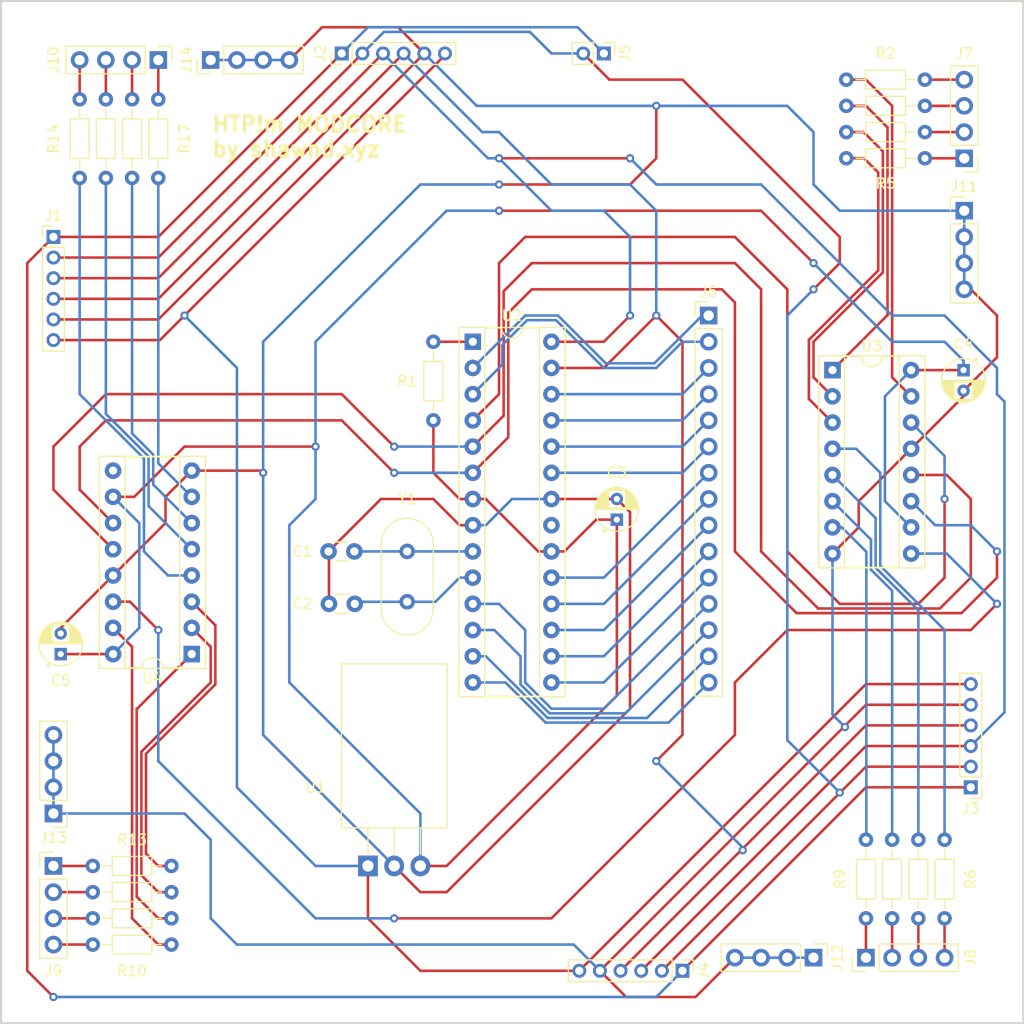
<source format=kicad_pcb>
(kicad_pcb (version 20221018) (generator pcbnew)
  (title_block (title "HTP!m MODCORE") (date "2023-09-22") (rev "01") (company "shawnd.xyz") (comment 1 "voltage lines of the model railroad.") (comment 2 "I2C to control an array of outputs and provides a power source with a bus for the") (comment 3 "The core of each module provides the module with the ability to receive commands via"))
  (layers (0 "F.Cu" signal) (31 "B.Cu" signal) (34 "B.Paste" user) (35 "F.Paste" user) (36 "B.SilkS" user "B.Silkscreen") (37 "F.SilkS" user "F.Silkscreen") (38 "B.Mask" user) (39 "F.Mask" user) (44 "Edge.Cuts" user))
  (net 0 "")
  (net 1 "GND")
  (net 2 "Net-(U2-XTAL1{slash}PB6)")
  (net 3 "Net-(U2-XTAL2{slash}PB7)")
  (net 4 "Net-(U1-OUT)")
  (net 5 "Net-(J1-Pin_1)")
  (net 6 "Net-(J1-Pin_2)")
  (net 7 "Net-(J1-Pin_3)")
  (net 8 "Net-(J1-Pin_4)")
  (net 9 "Net-(J1-Pin_6)")
  (net 10 "Net-(J6-Pin_1)")
  (net 11 "Net-(J6-Pin_2)")
  (net 12 "Net-(J6-Pin_3)")
  (net 13 "Net-(J6-Pin_4)")
  (net 14 "Net-(J6-Pin_5)")
  (net 15 "Net-(J6-Pin_6)")
  (net 16 "Net-(J6-Pin_7)")
  (net 17 "Net-(J6-Pin_8)")
  (net 18 "Net-(J6-Pin_9)")
  (net 19 "Net-(J6-Pin_10)")
  (net 20 "Net-(J6-Pin_11)")
  (net 21 "Net-(J6-Pin_12)")
  (net 22 "Net-(J6-Pin_13)")
  (net 23 "Net-(J6-Pin_14)")
  (net 24 "Net-(J6-Pin_15)")
  (net 25 "Net-(J7-Pin_1)")
  (net 26 "Net-(J7-Pin_2)")
  (net 27 "Net-(J7-Pin_3)")
  (net 28 "Net-(J7-Pin_4)")
  (net 29 "Net-(J8-Pin_1)")
  (net 30 "Net-(J8-Pin_2)")
  (net 31 "Net-(J8-Pin_3)")
  (net 32 "Net-(J8-Pin_4)")
  (net 33 "Net-(J9-Pin_1)")
  (net 34 "Net-(J9-Pin_2)")
  (net 35 "Net-(J9-Pin_3)")
  (net 36 "Net-(J9-Pin_4)")
  (net 37 "Net-(J10-Pin_1)")
  (net 38 "Net-(J10-Pin_2)")
  (net 39 "Net-(J10-Pin_3)")
  (net 40 "Net-(J10-Pin_4)")
  (net 41 "Net-(U2-~{RESET}{slash}PC6)")
  (net 42 "Net-(U3-QA)")
  (net 43 "Net-(U3-QB)")
  (net 44 "Net-(U3-QC)")
  (net 45 "Net-(U3-QD)")
  (net 46 "Net-(U3-QE)")
  (net 47 "Net-(U3-QF)")
  (net 48 "Net-(U3-QG)")
  (net 49 "Net-(U3-QH)")
  (net 50 "Net-(U4-QA)")
  (net 51 "Net-(U4-QB)")
  (net 52 "Net-(U4-QC)")
  (net 53 "Net-(U4-QD)")
  (net 54 "Net-(U4-QE)")
  (net 55 "Net-(U4-QF)")
  (net 56 "Net-(U4-QG)")
  (net 57 "Net-(U4-QH)")
  (net 58 "Net-(U2-PD2)")
  (net 59 "Net-(U2-PD3)")
  (net 60 "Net-(U2-PD4)")
  (net 62 "Net-(U3-QH')")
  (footprint "Resistor_THT:R_Axial_DIN0204_L3.6mm_D1.6mm_P7.62mm_Horizontal" (layer "F.Cu") (at 116.84 37.465 90)
    (fp_text reference "R15" hide)
    (fp_text value "400Ω" hide)
  )
  (footprint "Resistor_THT:R_Axial_DIN0204_L3.6mm_D1.6mm_P7.62mm_Horizontal" (layer "F.Cu") (at 188.595 27.94)
    (fp_text reference "R2")
    (fp_text value "400Ω" hide)
  )
  (footprint "Connector_PinHeader_2.54mm:PinHeader_1x04_P2.54mm_Vertical" (layer "F.Cu") (at 111.76 104.14)
    (fp_text reference "J9")
    (fp_text value "Conn_01x04_Pin" hide)
  )
  (footprint "Resistor_THT:R_Axial_DIN0204_L3.6mm_D1.6mm_P7.62mm_Horizontal" (layer "F.Cu") (at 193.04 101.6 -90)
    (fp_text reference "R8" hide)
    (fp_text value "400Ω" hide)
  )
  (footprint "Resistor_THT:R_Axial_DIN0204_L3.6mm_D1.6mm_P7.62mm_Horizontal" (layer "F.Cu") (at 123.19 106.68 180)
    (fp_text reference "R12" hide)
    (fp_text value "400Ω" hide)
  )
  (footprint "Connector_PinHeader_2.00mm:PinHeader_1x06_P2.00mm_Vertical" (layer "F.Cu") (at 200.66 96.52 180)
    (fp_text reference "J3")
    (fp_text value "Conn_01x06_Pin" hide)
  )
  (footprint "Package_TO_SOT_THT:TO-220-3_Horizontal_TabDown" (layer "F.Cu") (at 142.24 104.14)
    (fp_text reference "U1")
    (fp_text value "L7805")
  )
  (footprint "Connector_PinHeader_2.54mm:PinHeader_1x04_P2.54mm_Vertical" (layer "F.Cu") (at 190.5 113.03 90)
    (fp_text reference "J8")
    (fp_text value "Conn_01x04_Pin" hide)
  )
  (footprint "Resistor_THT:R_Axial_DIN0204_L3.6mm_D1.6mm_P7.62mm_Horizontal" (layer "F.Cu") (at 195.58 101.6 -90)
    (fp_text reference "R7" hide)
    (fp_text value "400Ω" hide)
  )
  (footprint "Resistor_THT:R_Axial_DIN0204_L3.6mm_D1.6mm_P7.62mm_Horizontal" (layer "F.Cu") (at 198.12 101.6 -90)
    (fp_text reference "R6")
    (fp_text value "400Ω" hide)
  )
  (footprint "Resistor_THT:R_Axial_DIN0204_L3.6mm_D1.6mm_P7.62mm_Horizontal" (layer "F.Cu") (at 119.38 37.465 90)
    (fp_text reference "R16" hide)
    (fp_text value "400Ω" hide)
  )
  (footprint "Connector_PinHeader_2.54mm:PinHeader_1x04_P2.54mm_Vertical" (layer "F.Cu") (at 111.76 99.06 180)
    (fp_text reference "J13")
    (fp_text value "Conn_01x04_Pin" hide)
  )
  (footprint "Capacitor_THT:C_Disc_D3.0mm_W1.6mm_P2.50mm" (layer "F.Cu") (at 140.96 78.74 180)
    (fp_text reference "C2")
    (fp_text value "22pF")
  )
  (footprint "Resistor_THT:R_Axial_DIN0204_L3.6mm_D1.6mm_P7.62mm_Horizontal" (layer "F.Cu") (at 148.58 60.96 90)
    (fp_text reference "R1")
    (fp_text value "10kΩ")
  )
  (footprint "Capacitor_THT:CP_Radial_D4.0mm_P2.00mm" (layer "F.Cu") (at 112.46 83.61 90)
    (fp_text reference "C5")
    (fp_text value "22uF")
  )
  (footprint "Capacitor_THT:CP_Radial_D4.0mm_P2.00mm" (layer "F.Cu") (at 199.96 56.09 -90)
    (fp_text reference "C4")
    (fp_text value "22uF")
  )
  (footprint "Package_DIP:DIP-28_W7.62mm_Socket" (layer "F.Cu") (at 152.4 53.34)
    (fp_text reference "U2")
    (fp_text value "ATmega328-P")
  )
  (footprint "Resistor_THT:R_Axial_DIN0204_L3.6mm_D1.6mm_P7.62mm_Horizontal" (layer "F.Cu") (at 123.19 109.22 180)
    (fp_text reference "R11" hide)
    (fp_text value "400Ω" hide)
  )
  (footprint "Connector_PinHeader_2.54mm:PinHeader_1x15_P2.54mm_Vertical" (layer "F.Cu") (at 175.26 50.8)
    (fp_text reference "J6")
    (fp_text value "Conn_01x15_Pin" hide)
  )
  (footprint "Resistor_THT:R_Axial_DIN0204_L3.6mm_D1.6mm_P7.62mm_Horizontal" (layer "F.Cu") (at 188.595 35.56)
    (fp_text reference "R5")
    (fp_text value "400Ω" hide)
  )
  (footprint "Connector_PinHeader_2.54mm:PinHeader_1x04_P2.54mm_Vertical" (layer "F.Cu") (at 200.025 35.56 180)
    (fp_text reference "J7")
    (fp_text value "Conn_01x04_Pin" hide)
  )
  (footprint "Connector_PinHeader_2.54mm:PinHeader_1x04_P2.54mm_Vertical" (layer "F.Cu") (at 185.42 113.03 -90)
    (fp_text reference "J12")
    (fp_text value "Conn_01x04_Pin" hide)
  )
  (footprint "Package_DIP:DIP-16_W7.62mm_Socket" (layer "F.Cu") (at 125.16 83.61 180)
    (fp_text reference "U4")
    (fp_text value "74HC595")
  )
  (footprint "Resistor_THT:R_Axial_DIN0204_L3.6mm_D1.6mm_P7.62mm_Horizontal" (layer "F.Cu") (at 114.3 37.465 90)
    (fp_text reference "R14")
    (fp_text value "400Ω" hide)
  )
  (footprint "Resistor_THT:R_Axial_DIN0204_L3.6mm_D1.6mm_P7.62mm_Horizontal" (layer "F.Cu") (at 188.595 30.48)
    (fp_text reference "R3" hide)
    (fp_text value "400Ω" hide)
  )
  (footprint "Capacitor_THT:C_Disc_D3.0mm_W1.6mm_P2.50mm" (layer "F.Cu") (at 138.42 73.66)
    (fp_text reference "C1")
    (fp_text value "22pF")
  )
  (footprint "Resistor_THT:R_Axial_DIN0204_L3.6mm_D1.6mm_P7.62mm_Horizontal" (layer "F.Cu") (at 123.19 111.76 180)
    (fp_text reference "R10")
    (fp_text value "400Ω" hide)
  )
  (footprint "Connector_PinHeader_2.54mm:PinHeader_1x04_P2.54mm_Vertical" (layer "F.Cu") (at 127 26.035 90)
    (fp_text reference "J14")
    (fp_text value "Conn_01x04_Pin" hide)
  )
  (footprint "Resistor_THT:R_Axial_DIN0204_L3.6mm_D1.6mm_P7.62mm_Horizontal" (layer "F.Cu") (at 121.92 37.465 90)
    (fp_text reference "R17")
    (fp_text value "400Ω" hide)
  )
  (footprint "Resistor_THT:R_Axial_DIN0204_L3.6mm_D1.6mm_P7.62mm_Horizontal" (layer "F.Cu") (at 190.5 101.6 -90)
    (fp_text reference "R9")
    (fp_text value "400Ω" hide)
  )
  (footprint "Resistor_THT:R_Axial_DIN0204_L3.6mm_D1.6mm_P7.62mm_Horizontal" (layer "F.Cu") (at 188.595 33.02)
    (fp_text reference "R4" hide)
    (fp_text value "400Ω" hide)
  )
  (footprint "Connector_PinHeader_2.00mm:PinHeader_1x02_P2.00mm_Vertical" (layer "F.Cu") (at 165.1 25.4 -90)
    (fp_text reference "J5")
    (fp_text value "Conn_01x02_Pin" hide)
  )
  (footprint "Connector_PinHeader_2.54mm:PinHeader_1x04_P2.54mm_Vertical" (layer "F.Cu") (at 121.92 26.035 -90)
    (fp_text reference "J10")
    (fp_text value "Conn_01x04_Pin" hide)
  )
  (footprint "Connector_PinHeader_2.00mm:PinHeader_1x06_P2.00mm_Vertical" (layer "F.Cu") (at 172.72 114.3 -90)
    (fp_text reference "J4")
    (fp_text value "Conn_01x06_Pin" hide)
  )
  (footprint "Capacitor_THT:CP_Radial_D4.0mm_P2.00mm" (layer "F.Cu") (at 166.36 70.58 90)
    (fp_text reference "C3")
    (fp_text value "10uF")
  )
  (footprint "Resistor_THT:R_Axial_DIN0204_L3.6mm_D1.6mm_P7.62mm_Horizontal" (layer "F.Cu") (at 123.19 104.14 180)
    (fp_text reference "R13")
    (fp_text value "400Ω" hide)
  )
  (footprint "Connector_PinHeader_2.00mm:PinHeader_1x06_P2.00mm_Vertical" (layer "F.Cu") (at 111.76 43.18)
    (fp_text reference "J1")
    (fp_text value "Conn_01x06_Pin" hide)
  )
  (footprint "Crystal:Crystal_HC49-U_Vertical" (layer "F.Cu") (at 146.04 78.54 90)
    (fp_text reference "Y1")
    (fp_text value "16MHz")
  )
  (footprint "Package_DIP:DIP-16_W7.62mm_Socket" (layer "F.Cu") (at 187.26 56.09)
    (fp_text reference "U3")
    (fp_text value "74HC595")
  )
  (footprint "Connector_PinHeader_2.54mm:PinHeader_1x04_P2.54mm_Vertical" (layer "F.Cu") (at 200.025 40.64)
    (fp_text reference "J11")
    (fp_text value "Conn_01x04_Pin" hide)
  )
  (footprint "Connector_PinHeader_2.00mm:PinHeader_1x06_P2.00mm_Vertical" (layer "F.Cu") (at 139.7 25.4 90)
    (fp_text reference "J2")
    (fp_text value "Conn_01x06_Pin" hide)
  )
  (gr_rect (start 106.68 20.32) (end 205.74 119.38) (stroke (width 0.2)) (fill none) (layer "Edge.Cuts"))
  (gr_text "HTP!m MODCORE\nby shawnd.xyz" (at 127 35.56) (layer "F.SilkS") (effects (font (size 1.5 1.5) (thickness 0.3) bold) (justify left bottom)))
  (segment (start 138.46 78.74) (end 138.46 73.7) (width 0.25) (layer "F.Cu") (net 1))
  (segment (start 117.54 75.99) (end 122.62 70.91) (width 0.25) (layer "F.Cu") (net 1))
  (segment (start 199.96 58.09) (end 199.96 58.63) (width 0.25) (layer "F.Cu") (net 1))
  (segment (start 132.08 66.04) (end 131.87 65.83) (width 0.25) (layer "F.Cu") (net 1))
  (segment (start 173.99 116.84) (end 167.26 116.84) (width 0.25) (layer "F.Cu") (net 1))
  (segment (start 203.2 54.85) (end 203.2 50.8) (width 0.25) (layer "F.Cu") (net 1))
  (segment (start 190.5 88.52) (end 188.468 90.552) (width 0.25) (layer "F.Cu") (net 1))
  (segment (start 177.8 113.03) (end 173.99 116.84) (width 0.25) (layer "F.Cu") (net 1))
  (segment (start 137.795 22.86) (end 145.16 22.86) (width 0.25) (layer "F.Cu") (net 1))
  (segment (start 188.342 90.678) (end 164.72 114.3) (width 0.25) (layer "F.Cu") (net 1))
  (segment (start 143.5 68.58) (end 148.58 68.58) (width 0.25) (layer "F.Cu") (net 1))
  (segment (start 148.58 68.58) (end 151.12 71.12) (width 0.25) (layer "F.Cu") (net 1))
  (segment (start 138.42 73.66) (end 143.5 68.58) (width 0.25) (layer "F.Cu") (net 1))
  (segment (start 147.32 106.68) (end 144.78 104.14) (width 0.25) (layer "F.Cu") (net 1))
  (segment (start 203.2 50.8) (end 200.66 48.26) (width 0.25) (layer "F.Cu") (net 1))
  (segment (start 147.7 25.4) (end 121.92 51.18) (width 0.25) (layer "F.Cu") (net 1))
  (segment (start 112.46 81.07) (end 117.54 75.99) (width 0.25) (layer "F.Cu") (net 1))
  (segment (start 145.16 22.86) (end 147.7 25.4) (width 0.25) (layer "F.Cu") (net 1))
  (segment (start 199.96 58.63) (end 194.88 63.71) (width 0.25) (layer "F.Cu") (net 1))
  (segment (start 151.12 71.12) (end 152.4 71.12) (width 0.25) (layer "F.Cu") (net 1))
  (segment (start 138.46 73.7) (end 138.42 73.66) (width 0.25) (layer "F.Cu") (net 1))
  (segment (start 189.8 68.79) (end 189.8 71.33) (width 0.25) (layer "F.Cu") (net 1))
  (segment (start 200.66 88.52) (end 190.5 88.52) (width 0.25) (layer "F.Cu") (net 1))
  (segment (start 149.86 106.68) (end 147.32 106.68) (width 0.25) (layer "F.Cu") (net 1))
  (segment (start 131.87 65.83) (end 125.16 65.83) (width 0.25) (layer "F.Cu") (net 1))
  (segment (start 154.94 101.6) (end 149.86 106.68) (width 0.25) (layer "F.Cu") (net 1))
  (segment (start 112.46 81.61) (end 112.46 81.07) (width 0.25) (layer "F.Cu") (net 1))
  (segment (start 170.18 35.56) (end 170.18 30.48) (width 0.25) (layer "F.Cu") (net 1))
  (segment (start 188.468 90.678) (end 188.342 90.678) (width 0.25) (layer "F.Cu") (net 1))
  (segment (start 121.92 51.18) (end 111.76 51.18) (width 0.25) (layer "F.Cu") (net 1))
  (segment (start 189.8 71.33) (end 187.26 73.87) (width 0.25) (layer "F.Cu") (net 1))
  (segment (start 167.64 69.86) (end 167.64 88.9) (width 0.25) (layer "F.Cu") (net 1))
  (segment (start 199.96 58.09) (end 203.2 54.85) (width 0.25) (layer "F.Cu") (net 1))
  (segment (start 167.64 88.9) (end 154.94 101.6) (width 0.25) (layer "F.Cu") (net 1))
  (segment (start 154.94 38.1) (end 167.64 38.1) (width 0.25) (layer "F.Cu") (net 1))
  (segment (start 122.62 70.91) (end 122.62 68.37) (width 0.25) (layer "F.Cu") (net 1))
  (segment (start 167.64 38.1) (end 170.18 35.56) (width 0.25) (layer "F.Cu") (net 1))
  (segment (start 122.62 68.37) (end 125.16 65.83) (width 0.25) (layer "F.Cu") (net 1))
  (segment (start 167.26 116.84) (end 164.72 114.3) (width 0.25) (layer "F.Cu") (net 1))
  (segment (start 134.62 26.035) (end 137.795 22.86) (width 0.25) (layer "F.Cu") (net 1))
  (segment (start 194.88 63.71) (end 189.8 68.79) (width 0.25) (layer "F.Cu") (net 1))
  (segment (start 166.36 68.58) (end 167.64 69.86) (width 0.25) (layer "F.Cu") (net 1))
  (segment (start 166.36 68.58) (end 160.02 68.58) (width 0.25) (layer "F.Cu") (net 1))
  (segment (start 200.66 48.26) (end 200.025 48.26) (width 0.25) (layer "F.Cu") (net 1))
  (segment (start 188.468 90.552) (end 188.468 90.678) (width 0.25) (layer "F.Cu") (net 1))
  (via (at 170.18 30.48) (size 0.8) (drill 0.4) (layers "F.Cu" "B.Cu") (net 1))
  (via (at 132.08 66.04) (size 0.8) (drill 0.4) (layers "F.Cu" "B.Cu") (net 1))
  (via (at 188.468 90.678) (size 0.8) (drill 0.4) (layers "F.Cu" "B.Cu") (net 1))
  (via (at 154.94 38.1) (size 0.8) (drill 0.4) (layers "F.Cu" "B.Cu") (net 1))
  (segment (start 129.54 26.035) (end 132.08 26.035) (width 0.25) (layer "B.Cu") (net 1))
  (segment (start 129.54 111.76) (end 162.18 111.76) (width 0.25) (layer "B.Cu") (net 1))
  (segment (start 187.96 40.64) (end 200.025 40.64) (width 0.25) (layer "B.Cu") (net 1))
  (segment (start 187.26 89.47) (end 188.468 90.678) (width 0.25) (layer "B.Cu") (net 1))
  (segment (start 170.18 30.48) (end 182.88 30.48) (width 0.25) (layer "B.Cu") (net 1))
  (segment (start 127 109.22) (end 129.54 111.76) (width 0.25) (layer "B.Cu") (net 1))
  (segment (start 127 26.035) (end 129.54 26.035) (width 0.25) (layer "B.Cu") (net 1))
  (segment (start 132.08 91.44) (end 132.08 66.04) (width 0.25) (layer "B.Cu") (net 1))
  (segment (start 132.08 53.34) (end 147.32 38.1) (width 0.25) (layer "B.Cu") (net 1))
  (segment (start 200.025 40.64) (end 200.025 43.18) (width 0.25) (layer "B.Cu") (net 1))
  (segment (start 180.34 113.03) (end 177.8 113.03) (width 0.25) (layer "B.Cu") (net 1))
  (segment (start 111.76 93.98) (end 111.76 91.44) (width 0.25) (layer "B.Cu") (net 1))
  (segment (start 182.88 113.03) (end 180.34 113.03) (width 0.25) (layer "B.Cu") (net 1))
  (segment (start 111.76 96.52) (end 111.76 93.98) (width 0.25) (layer "B.Cu") (net 1))
  (segment (start 162.18 111.76) (end 164.72 114.3) (width 0.25) (layer "B.Cu") (net 1))
  (segment (start 170.18 30.48) (end 152.78 30.48) (width 0.25) (layer "B.Cu") (net 1))
  (segment (start 124.46 99.06) (end 127 101.6) (width 0.25) (layer "B.Cu") (net 1))
  (segment (start 153.66 71.12) (end 156.2 68.58) (width 0.25) (layer "B.Cu") (net 1))
  (segment (start 152.4 71.12) (end 153.66 71.12) (width 0.25) (layer "B.Cu") (net 1))
  (segment (start 132.08 66.04) (end 132.08 53.34) (width 0.25) (layer "B.Cu") (net 1))
  (segment (start 127 101.6) (end 127 109.22) (width 0.25) (layer "B.Cu") (net 1))
  (segment (start 185.42 113.03) (end 182.88 113.03) (width 0.25) (layer "B.Cu") (net 1))
  (segment (start 200.025 45.72) (end 200.025 48.26) (width 0.25) (layer "B.Cu") (net 1))
  (segment (start 200.025 43.18) (end 200.025 45.72) (width 0.25) (layer "B.Cu") (net 1))
  (segment (start 185.42 38.1) (end 187.96 40.64) (width 0.25) (layer "B.Cu") (net 1))
  (segment (start 187.26 73.87) (end 187.26 89.47) (width 0.25) (layer "B.Cu") (net 1))
  (segment (start 111.76 99.06) (end 124.46 99.06) (width 0.25) (layer "B.Cu") (net 1))
  (segment (start 156.2 68.58) (end 160.02 68.58) (width 0.25) (layer "B.Cu") (net 1))
  (segment (start 152.78 30.48) (end 147.7 25.4) (width 0.25) (layer "B.Cu") (net 1))
  (segment (start 132.08 26.035) (end 134.62 26.035) (width 0.25) (layer "B.Cu") (net 1))
  (segment (start 185.42 33.02) (end 185.42 38.1) (width 0.25) (layer "B.Cu") (net 1))
  (segment (start 147.32 38.1) (end 154.94 38.1) (width 0.25) (layer "B.Cu") (net 1))
  (segment (start 111.76 99.06) (end 111.76 96.52) (width 0.25) (layer "B.Cu") (net 1))
  (segment (start 144.78 104.14) (end 132.08 91.44) (width 0.25) (layer "B.Cu") (net 1))
  (segment (start 182.88 30.48) (end 185.42 33.02) (width 0.25) (layer "B.Cu") (net 1))
  (segment (start 146.04 73.66) (end 140.92 73.66) (width 0.25) (layer "B.Cu") (net 2))
  (segment (start 152.4 73.66) (end 146.04 73.66) (width 0.25) (layer "B.Cu") (net 2))
  (segment (start 146.04 78.54) (end 141.16 78.54) (width 0.25) (layer "B.Cu") (net 3))
  (segment (start 151.12 76.2) (end 148.78 78.54) (width 0.25) (layer "B.Cu") (net 3))
  (segment (start 141.16 78.54) (end 140.96 78.74) (width 0.25) (layer "B.Cu") (net 3))
  (segment (start 148.78 78.54) (end 146.04 78.54) (width 0.25) (layer "B.Cu") (net 3))
  (segment (start 152.4 76.2) (end 151.12 76.2) (width 0.25) (layer "B.Cu") (net 3))
  (segment (start 151.12 68.58) (end 152.4 68.58) (width 0.25) (layer "F.Cu") (net 4))
  (segment (start 117.54 68.37) (end 119.59 68.37) (width 0.25) (layer "F.Cu") (net 4))
  (segment (start 158.74 73.66) (end 153.66 68.58) (width 0.25) (layer "F.Cu") (net 4))
  (segment (start 112.46 83.61) (end 117.54 83.61) (width 0.25) (layer "F.Cu") (net 4))
  (segment (start 160.02 73.66) (end 158.74 73.66) (width 0.25) (layer "F.Cu") (net 4))
  (segment (start 148.58 60.96) (end 148.58 66.04) (width 0.25) (layer "F.Cu") (net 4))
  (segment (start 154.94 40.64) (end 180.34 40.64) (width 0.25) (layer "F.Cu") (net 4))
  (segment (start 164.36 70.58) (end 166.36 70.58) (width 0.25) (layer "F.Cu") (net 4))
  (segment (start 124.46 63.5) (end 137.16 63.5) (width 0.25) (layer "F.Cu") (net 4))
  (segment (start 199.96 56.09) (end 194.88 56.09) (width 0.25) (layer "F.Cu") (net 4))
  (segment (start 161.28 73.66) (end 164.36 70.58) (width 0.25) (layer "F.Cu") (net 4))
  (segment (start 147.32 104.14) (end 149.86 104.14) (width 0.25) (layer "F.Cu") (net 4))
  (segment (start 119.59 68.37) (end 124.46 63.5) (width 0.25) (layer "F.Cu") (net 4))
  (segment (start 166.36 87.64) (end 166.36 70.58) (width 0.25) (layer "F.Cu") (net 4))
  (segment (start 180.34 40.64) (end 185.42 45.72) (width 0.25) (layer "F.Cu") (net 4))
  (segment (start 148.58 66.04) (end 151.12 68.58) (width 0.25) (layer "F.Cu") (net 4))
  (segment (start 153.66 68.58) (end 152.4 68.58) (width 0.25) (layer "F.Cu") (net 4))
  (segment (start 149.86 104.14) (end 166.36 87.64) (width 0.25) (layer "F.Cu") (net 4))
  (segment (start 160.02 73.66) (end 161.28 73.66) (width 0.25) (layer "F.Cu") (net 4))
  (via (at 185.42 45.72) (size 0.8) (drill 0.4) (layers "F.Cu" "B.Cu") (net 4))
  (via (at 137.16 63.5) (size 0.8) (drill 0.4) (layers "F.Cu" "B.Cu") (net 4))
  (via (at 154.94 40.64) (size 0.8) (drill 0.4) (layers "F.Cu" "B.Cu") (net 4))
  (segment (start 199.96 55.18) (end 199.96 56.09) (width 0.25) (layer "B.Cu") (net 4))
  (segment (start 137.16 68.58) (end 137.16 66.04) (width 0.25) (layer "B.Cu") (net 4))
  (segment (start 194.88 56.09) (end 192.34 58.63) (width 0.25) (layer "B.Cu") (net 4))
  (segment (start 117.54 83.61) (end 120.08 81.07) (width 0.25) (layer "B.Cu") (net 4))
  (segment (start 147.32 99.06) (end 144.78 96.52) (width 0.25) (layer "B.Cu") (net 4))
  (segment (start 144.78 96.52) (end 134.62 86.36) (width 0.25) (layer "B.Cu") (net 4))
  (segment (start 192.34 68.79) (end 194.88 71.33) (width 0.25) (layer "B.Cu") (net 4))
  (segment (start 134.62 71.12) (end 137.16 68.58) (width 0.25) (layer "B.Cu") (net 4))
  (segment (start 192.34 58.63) (end 192.34 68.79) (width 0.25) (layer "B.Cu") (net 4))
  (segment (start 193.04 53.34) (end 198.12 53.34) (width 0.25) (layer "B.Cu") (net 4))
  (segment (start 120.08 81.07) (end 120.08 70.91) (width 0.25) (layer "B.Cu") (net 4))
  (segment (start 137.16 53.34) (end 149.86 40.64) (width 0.25) (layer "B.Cu") (net 4))
  (segment (start 147.32 104.14) (end 147.32 99.06) (width 0.25) (layer "B.Cu") (net 4))
  (segment (start 120.08 70.91) (end 117.54 68.37) (width 0.25) (layer "B.Cu") (net 4))
  (segment (start 137.16 63.5) (end 137.16 53.34) (width 0.25) (layer "B.Cu") (net 4))
  (segment (start 198.12 53.34) (end 199.96 55.18) (width 0.25) (layer "B.Cu") (net 4))
  (segment (start 137.16 66.04) (end 137.16 63.5) (width 0.25) (layer "B.Cu") (net 4))
  (segment (start 149.86 40.64) (end 154.94 40.64) (width 0.25) (layer "B.Cu") (net 4))
  (segment (start 185.42 45.72) (end 193.04 53.34) (width 0.25) (layer "B.Cu") (net 4))
  (segment (start 134.62 86.36) (end 134.62 71.12) (width 0.25) (layer "B.Cu") (net 4))
  (segment (start 139.7 25.4) (end 121.92 43.18) (width 0.25) (layer "F.Cu") (net 5))
  (segment (start 109.22 114.3) (end 109.22 45.72) (width 0.25) (layer "F.Cu") (net 5))
  (segment (start 111.76 116.84) (end 109.22 114.3) (width 0.25) (layer "F.Cu") (net 5))
  (segment (start 109.22 45.72) (end 111.76 43.18) (width 0.25) (layer "F.Cu") (net 5))
  (segment (start 121.92 43.18) (end 111.76 43.18) (width 0.25) (layer "F.Cu") (net 5))
  (segment (start 200.66 96.52) (end 190.5 96.52) (width 0.25) (layer "F.Cu") (net 5))
  (segment (start 190.5 96.52) (end 172.72 114.3) (width 0.25) (layer "F.Cu") (net 5))
  (via (at 111.76 116.84) (size 0.8) (drill 0.4) (layers "F.Cu" "B.Cu") (net 5))
  (segment (start 142.24 22.86) (end 139.7 25.4) (width 0.25) (layer "B.Cu") (net 5))
  (segment (start 170.18 116.84) (end 172.72 114.3) (width 0.25) (layer "B.Cu") (net 5))
  (segment (start 142.24 22.86) (end 162.56 22.86) (width 0.25) (layer "B.Cu") (net 5))
  (segment (start 162.56 22.86) (end 165.1 25.4) (width 0.25) (layer "B.Cu") (net 5))
  (segment (start 111.76 116.84) (end 170.18 116.84) (width 0.25) (layer "B.Cu") (net 5))
  (segment (start 190.5 94.52) (end 187.992 97.028) (width 0.25) (layer "F.Cu") (net 6))
  (segment (start 187.96 43.18) (end 187.96 45.72) (width 0.25) (layer "F.Cu") (net 6))
  (segment (start 165.64 27.94) (end 172.72 27.94) (width 0.25) (layer "F.Cu") (net 6))
  (segment (start 187.96 97.06) (end 170.72 114.3) (width 0.25) (layer "F.Cu") (net 6))
  (segment (start 141.7 25.4) (end 121.92 45.18) (width 0.25) (layer "F.Cu") (net 6))
  (segment (start 187.96 45.72) (end 185.42 48.26) (width 0.25) (layer "F.Cu") (net 6))
  (segment (start 187.992 97.028) (end 187.96 97.028) (width 0.25) (layer "F.Cu") (net 6))
  (segment (start 187.96 97.028) (end 187.96 97.06) (width 0.25) (layer "F.Cu") (net 6))
  (segment (start 200.66 94.52) (end 190.5 94.52) (width 0.25) (layer "F.Cu") (net 6))
  (segment (start 121.92 45.18) (end 111.76 45.18) (width 0.25) (layer "F.Cu") (net 6))
  (segment (start 172.72 27.94) (end 187.96 43.18) (width 0.25) (layer "F.Cu") (net 6))
  (segment (start 163.1 25.4) (end 165.64 27.94) (width 0.25) (layer "F.Cu") (net 6))
  (via (at 185.42 48.26) (size 0.8) (drill 0.4) (layers "F.Cu" "B.Cu") (net 6))
  (via (at 187.96 97.028) (size 0.8) (drill 0.4) (layers "F.Cu" "B.Cu") (net 6))
  (segment (start 163.1 25.4) (end 160.02 25.4) (width 0.25) (layer "B.Cu") (net 6))
  (segment (start 185.42 48.26) (end 182.88 50.8) (width 0.25) (layer "B.Cu") (net 6))
  (segment (start 143.79 23.31) (end 141.7 25.4) (width 0.25) (layer "B.Cu") (net 6))
  (segment (start 182.88 50.8) (end 182.88 91.948) (width 0.25) (layer "B.Cu") (net 6))
  (segment (start 160.02 25.4) (end 157.93 23.31) (width 0.25) (layer "B.Cu") (net 6))
  (segment (start 182.88 91.948) (end 187.96 97.028) (width 0.25) (layer "B.Cu") (net 6))
  (segment (start 157.93 23.31) (end 143.79 23.31) (width 0.25) (layer "B.Cu") (net 6))
  (segment (start 190.5 92.52) (end 168.72 114.3) (width 0.25) (layer "F.Cu") (net 7))
  (segment (start 143.7 25.4) (end 121.92 47.18) (width 0.25) (layer "F.Cu") (net 7))
  (segment (start 154.94 35.56) (end 167.64 35.56) (width 0.25) (layer "F.Cu") (net 7))
  (segment (start 167.64 50.8) (end 165.1 53.34) (width 0.25) (layer "F.Cu") (net 7))
  (segment (start 200.66 92.52) (end 190.5 92.52) (width 0.25) (layer "F.Cu") (net 7))
  (segment (start 121.92 47.18) (end 111.76 47.18) (width 0.25) (layer "F.Cu") (net 7))
  (segment (start 165.1 53.34) (end 160.02 53.34) (width 0.25) (layer "F.Cu") (net 7))
  (via (at 154.94 35.56) (size 0.8) (drill 0.4) (layers "F.Cu" "B.Cu") (net 7))
  (via (at 167.64 50.8) (size 0.8) (drill 0.4) (layers "F.Cu" "B.Cu") (net 7))
  (via (at 167.64 35.56) (size 0.8) (drill 0.4) (layers "F.Cu" "B.Cu") (net 7))
  (segment (start 203.2 55.88) (end 203.2 58.42) (width 0.25) (layer "B.Cu") (net 7))
  (segment (start 170.18 38.1) (end 180.34 38.1) (width 0.25) (layer "B.Cu") (net 7))
  (segment (start 193.04 50.8) (end 198.12 50.8) (width 0.25) (layer "B.Cu") (net 7))
  (segment (start 167.64 43.18) (end 167.64 50.8) (width 0.25) (layer "B.Cu") (net 7))
  (segment (start 154.94 35.56) (end 153.86 35.56) (width 0.25) (layer "B.Cu") (net 7))
  (segment (start 203.925 59.145) (end 203.925 89.255) (width 0.25) (layer "B.Cu") (net 7))
  (segment (start 198.12 50.8) (end 203.2 55.88) (width 0.25) (layer "B.Cu") (net 7))
  (segment (start 180.34 38.1) (end 193.04 50.8) (width 0.25) (layer "B.Cu") (net 7))
  (segment (start 203.2 58.42) (end 203.925 59.145) (width 0.25) (layer "B.Cu") (net 7))
  (segment (start 165.1 40.64) (end 167.64 43.18) (width 0.25) (layer "B.Cu") (net 7))
  (segment (start 203.925 89.255) (end 200.66 92.52) (width 0.25) (layer "B.Cu") (net 7))
  (segment (start 154.94 35.56) (end 160.02 40.64) (width 0.25) (layer "B.Cu") (net 7))
  (segment (start 160.02 40.64) (end 165.1 40.64) (width 0.25) (layer "B.Cu") (net 7))
  (segment (start 167.64 35.56) (end 170.18 38.1) (width 0.25) (layer "B.Cu") (net 7))
  (segment (start 153.86 35.56) (end 143.7 25.4) (width 0.25) (layer "B.Cu") (net 7))
  (segment (start 145.7 25.4) (end 121.92 49.18) (width 0.25) (layer "F.Cu") (net 8))
  (segment (start 170.18 50.8) (end 172.72 53.34) (width 0.25) (layer "F.Cu") (net 8))
  (segment (start 178.562 102.616) (end 178.404 102.616) (width 0.25) (layer "F.Cu") (net 8))
  (segment (start 170.18 50.8) (end 165.1 55.88) (width 0.25) (layer "F.Cu") (net 8))
  (segment (start 165.1 55.88) (end 160.02 55.88) (width 0.25) (layer "F.Cu") (net 8))
  (segment (start 172.72 91.44) (end 170.18 93.98) (width 0.25) (layer "F.Cu") (net 8))
  (segment (start 200.66 90.52) (end 190.5 90.52) (width 0.25) (layer "F.Cu") (net 8))
  (segment (start 178.562 102.458) (end 178.562 102.616) (width 0.25) (layer "F.Cu") (net 8))
  (segment (start 121.92 49.18) (end 111.76 49.18) (width 0.25) (layer "F.Cu") (net 8))
  (segment (start 172.72 53.34) (end 172.72 91.44) (width 0.25) (layer "F.Cu") (net 8))
  (segment (start 178.404 102.616) (end 166.72 114.3) (width 0.25) (layer "F.Cu") (net 8))
  (segment (start 190.5 90.52) (end 178.562 102.458) (width 0.25) (layer "F.Cu") (net 8))
  (via (at 178.562 102.616) (size 0.8) (drill 0.4) (layers "F.Cu" "B.Cu") (net 8))
  (via (at 170.18 50.8) (size 0.8) (drill 0.4) (layers "F.Cu" "B.Cu") (net 8))
  (via (at 170.18 93.98) (size 0.8) (drill 0.4) (layers "F.Cu" "B.Cu") (net 8))
  (segment (start 167.64 38.1) (end 170.18 40.64) (width 0.25) (layer "B.Cu") (net 8))
  (segment (start 170.18 93.98) (end 178.562 102.362) (width 0.25) (layer "B.Cu") (net 8))
  (segment (start 178.562 102.362) (end 178.562 102.616) (width 0.25) (layer "B.Cu") (net 8))
  (segment (start 153.32 33.02) (end 145.7 25.4) (width 0.25) (layer "B.Cu") (net 8))
  (segment (start 167.64 38.1) (end 160.02 38.1) (width 0.25) (layer "B.Cu") (net 8))
  (segment (start 170.18 40.64) (end 170.18 50.8) (width 0.25) (layer "B.Cu") (net 8))
  (segment (start 154.94 33.02) (end 153.32 33.02) (width 0.25) (layer "B.Cu") (net 8))
  (segment (start 160.02 38.1) (end 154.94 33.02) (width 0.25) (layer "B.Cu") (net 8))
  (segment (start 124.46 50.8) (end 149.461802 25.798198) (width 0.25) (layer "F.Cu") (net 9))
  (segment (start 147.32 114.3) (end 162.72 114.3) (width 0.25) (layer "F.Cu") (net 9))
  (segment (start 142.24 109.22) (end 147.32 114.3) (width 0.25) (layer "F.Cu") (net 9))
  (segment (start 122.08 53.18) (end 111.76 53.18) (width 0.25) (layer "F.Cu") (net 9))
  (segment (start 190.5 86.52) (end 162.958198 114.061802) (width 0.25) (layer "F.Cu") (net 9))
  (segment (start 149.461802 25.798198) (end 149.461802 25.638198) (width 0.25) (layer "F.Cu") (net 9))
  (segment (start 200.66 86.52) (end 190.5 86.52) (width 0.25) (layer "F.Cu") (net 9))
  (segment (start 142.24 104.14) (end 142.24 109.22) (width 0.25) (layer "F.Cu") (net 9))
  (segment (start 124.46 50.8) (end 122.08 53.18) (width 0.25) (layer "F.Cu") (net 9))
  (via (at 124.46 50.8) (size 0.8) (drill 0.4) (layers "F.Cu" "B.Cu") (net 9))
  (segment (start 129.54 55.88) (end 129.54 96.52) (width 0.25) (layer "B.Cu") (net 9))
  (segment (start 129.54 96.52) (end 137.16 104.14) (width 0.25) (layer "B.Cu") (net 9))
  (segment (start 137.16 104.14) (end 142.24 104.14) (width 0.25) (layer "B.Cu") (net 9))
  (segment (start 124.46 50.8) (end 129.54 55.88) (width 0.25) (layer "B.Cu") (net 9))
  (segment (start 160.656396 50.8) (end 165.286396 55.43) (width 0.25) (layer "B.Cu") (net 10))
  (segment (start 174.623604 50.8) (end 175.26 50.8) (width 0.25) (layer "B.Cu") (net 10))
  (segment (start 157.48 50.8) (end 160.656396 50.8) (width 0.25) (layer "B.Cu") (net 10))
  (segment (start 152.4 55.88) (end 157.48 50.8) (width 0.25) (layer "B.Cu") (net 10))
  (segment (start 165.286396 55.43) (end 169.993604 55.43) (width 0.25) (layer "B.Cu") (net 10))
  (segment (start 169.993604 55.43) (end 174.623604 50.8) (width 0.25) (layer "B.Cu") (net 10))
  (segment (start 160.47 51.25) (end 165.1 55.88) (width 0.25) (layer "B.Cu") (net 11))
  (segment (start 157.666396 51.25) (end 160.47 51.25) (width 0.25) (layer "B.Cu") (net 11))
  (segment (start 172.72 53.34) (end 175.26 53.34) (width 0.25) (layer "B.Cu") (net 11))
  (segment (start 170.18 55.88) (end 172.72 53.34) (width 0.25) (layer "B.Cu") (net 11))
  (segment (start 152.4 58.42) (end 155.258198 55.561802) (width 0.25) (layer "B.Cu") (net 11))
  (segment (start 155.258198 55.561802) (end 155.258198 53.658198) (width 0.25) (layer "B.Cu") (net 11))
  (segment (start 165.1 55.88) (end 170.18 55.88) (width 0.25) (layer "B.Cu") (net 11))
  (segment (start 155.258198 53.658198) (end 157.666396 51.25) (width 0.25) (layer "B.Cu") (net 11))
  (segment (start 172.72 58.42) (end 175.26 55.88) (width 0.25) (layer "B.Cu") (net 12))
  (segment (start 160.02 58.42) (end 172.72 58.42) (width 0.25) (layer "B.Cu") (net 12))
  (segment (start 160.02 60.96) (end 172.72 60.96) (width 0.25) (layer "B.Cu") (net 13))
  (segment (start 172.72 60.96) (end 175.26 58.42) (width 0.25) (layer "B.Cu") (net 13))
  (segment (start 160.02 63.5) (end 172.72 63.5) (width 0.25) (layer "B.Cu") (net 14))
  (segment (start 172.72 63.5) (end 175.26 60.96) (width 0.25) (layer "B.Cu") (net 14))
  (segment (start 172.72 66.04) (end 175.26 63.5) (width 0.25) (layer "B.Cu") (net 15))
  (segment (start 160.02 66.04) (end 172.72 66.04) (width 0.25) (layer "B.Cu") (net 15))
  (segment (start 165.1 76.2) (end 175.26 66.04) (width 0.25) (layer "B.Cu") (net 16))
  (segment (start 160.02 76.2) (end 165.1 76.2) (width 0.25) (layer "B.Cu") (net 16))
  (segment (start 160.02 78.74) (end 165.1 78.74) (width 0.25) (layer "B.Cu") (net 17))
  (segment (start 165.1 78.74) (end 175.26 68.58) (width 0.25) (layer "B.Cu") (net 17))
  (segment (start 160.02 81.28) (end 165.1 81.28) (width 0.25) (layer "B.Cu") (net 18))
  (segment (start 165.1 81.28) (end 175.26 71.12) (width 0.25) (layer "B.Cu") (net 18))
  (segment (start 165.1 83.82) (end 175.26 73.66) (width 0.25) (layer "B.Cu") (net 19))
  (segment (start 160.02 83.82) (end 165.1 83.82) (width 0.25) (layer "B.Cu") (net 19))
  (segment (start 160.02 86.36) (end 165.1 86.36) (width 0.25) (layer "B.Cu") (net 20))
  (segment (start 165.1 86.36) (end 175.26 76.2) (width 0.25) (layer "B.Cu") (net 20))
  (segment (start 152.4 78.74) (end 154.94 78.74) (width 0.25) (layer "B.Cu") (net 21))
  (segment (start 160.02 88.9) (end 165.1 88.9) (width 0.25) (layer "B.Cu") (net 21))
  (segment (start 165.1 88.9) (end 175.26 78.74) (width 0.25) (layer "B.Cu") (net 21))
  (segment (start 154.94 78.74) (end 157.48 81.28) (width 0.25) (layer "B.Cu") (net 21))
  (segment (start 157.48 86.36) (end 160.02 88.9) (width 0.25) (layer "B.Cu") (net 21))
  (segment (start 157.48 81.28) (end 157.48 86.36) (width 0.25) (layer "B.Cu") (net 21))
  (segment (start 167.19 89.35) (end 175.26 81.28) (width 0.25) (layer "B.Cu") (net 22))
  (segment (start 152.4 81.28) (end 154.49 81.28) (width 0.25) (layer "B.Cu") (net 22))
  (segment (start 157.03 83.82) (end 157.03 86.546396) (width 0.25) (layer "B.Cu") (net 22))
  (segment (start 159.833604 89.35) (end 167.19 89.35) (width 0.25) (layer "B.Cu") (net 22))
  (segment (start 154.49 81.28) (end 157.03 83.82) (width 0.25) (layer "B.Cu") (net 22))
  (segment (start 157.03 86.546396) (end 159.833604 89.35) (width 0.25) (layer "B.Cu") (net 22))
  (segment (start 159.647208 89.8) (end 169.28 89.8) (width 0.25) (layer "B.Cu") (net 23))
  (segment (start 169.28 89.8) (end 175.26 83.82) (width 0.25) (layer "B.Cu") (net 23))
  (segment (start 152.4 83.82) (end 153.667208 83.82) (width 0.25) (layer "B.Cu") (net 23))
  (segment (start 153.667208 83.82) (end 159.647208 89.8) (width 0.25) (layer "B.Cu") (net 23))
  (segment (start 152.4 86.36) (end 155.570812 86.36) (width 0.25) (layer "B.Cu") (net 24))
  (segment (start 171.37 90.25) (end 175.26 86.36) (width 0.25) (layer "B.Cu") (net 24))
  (segment (start 159.460812 90.25) (end 171.37 90.25) (width 0.25) (layer "B.Cu") (net 24))
  (segment (start 155.570812 86.36) (end 159.460812 90.25) (width 0.25) (layer "B.Cu") (net 24))
  (segment (start 200.025 35.56) (end 196.215 35.56) (width 0.25) (layer "F.Cu") (net 25))
  (segment (start 196.215 33.02) (end 200.025 33.02) (width 0.25) (layer "F.Cu") (net 26))
  (segment (start 200.025 30.48) (end 196.215 30.48) (width 0.25) (layer "F.Cu") (net 27))
  (segment (start 196.215 27.94) (end 200.025 27.94) (width 0.25) (layer "F.Cu") (net 28))
  (segment (start 190.5 109.22) (end 190.5 113.03) (width 0.25) (layer "F.Cu") (net 29))
  (segment (start 193.04 113.03) (end 193.04 109.22) (width 0.25) (layer "F.Cu") (net 30))
  (segment (start 195.58 109.22) (end 195.58 113.03) (width 0.25) (layer "F.Cu") (net 31))
  (segment (start 198.12 109.22) (end 198.12 113.03) (width 0.25) (layer "F.Cu") (net 32))
  (segment (start 115.57 104.14) (end 111.76 104.14) (width 0.25) (layer "F.Cu") (net 33))
  (segment (start 111.76 106.68) (end 115.57 106.68) (width 0.25) (layer "F.Cu") (net 34))
  (segment (start 115.57 109.22) (end 111.76 109.22) (width 0.25) (layer "F.Cu") (net 35))
  (segment (start 111.76 111.76) (end 115.57 111.76) (width 0.25) (layer "F.Cu") (net 36))
  (segment (start 121.92 26.035) (end 121.92 29.845) (width 0.25) (layer "F.Cu") (net 37))
  (segment (start 119.38 29.845) (end 119.38 26.035) (width 0.25) (layer "F.Cu") (net 38))
  (segment (start 116.84 26.035) (end 116.84 29.845) (width 0.25) (layer "F.Cu") (net 39))
  (segment (start 114.3 29.845) (end 114.3 26.035) (width 0.25) (layer "F.Cu") (net 40))
  (segment (start 152.4 53.34) (end 148.58 53.34) (width 0.25) (layer "F.Cu") (net 41))
  (segment (start 193.04 56.79) (end 193.04 30.48) (width 0.25) (layer "F.Cu") (net 42))
  (segment (start 194.88 58.63) (end 193.04 56.79) (width 0.25) (layer "F.Cu") (net 42))
  (segment (start 193.04 30.48) (end 190.5 27.94) (width 0.25) (layer "F.Cu") (net 42))
  (segment (start 190.5 27.94) (end 188.595 27.94) (width 0.25) (layer "F.Cu") (net 42))
  (segment (start 187.26 56.09) (end 192.55 50.8) (width 0.25) (layer "F.Cu") (net 43))
  (segment (start 192.59 50.8) (end 192.59 32.57) (width 0.25) (layer "F.Cu") (net 43))
  (segment (start 192.59 32.57) (end 190.5 30.48) (width 0.25) (layer "F.Cu") (net 43))
  (segment (start 192.55 50.8) (end 192.59 50.8) (width 0.25) (layer "F.Cu") (net 43))
  (segment (start 190.5 30.48) (end 188.595 30.48) (width 0.25) (layer "F.Cu") (net 43))
  (segment (start 185.42 53.34) (end 192.14 46.62) (width 0.25) (layer "F.Cu") (net 44))
  (segment (start 192.14 46.62) (end 192.14 34.885) (width 0.25) (layer "F.Cu") (net 44))
  (segment (start 192.14 34.885) (end 190.275 33.02) (width 0.25) (layer "F.Cu") (net 44))
  (segment (start 185.42 56.79) (end 185.42 53.34) (width 0.25) (layer "F.Cu") (net 44))
  (segment (start 190.275 33.02) (end 188.595 33.02) (width 0.25) (layer "F.Cu") (net 44))
  (segment (start 187.26 58.63) (end 185.42 56.79) (width 0.25) (layer "F.Cu") (net 44))
  (segment (start 187.26 61.17) (end 184.97 58.88) (width 0.25) (layer "F.Cu") (net 45))
  (segment (start 184.97 58.88) (end 184.97 53.153604) (width 0.25) (layer "F.Cu") (net 45))
  (segment (start 191.69 36.936396) (end 190.313604 35.56) (width 0.25) (layer "F.Cu") (net 45))
  (segment (start 191.69 46.433604) (end 191.69 36.936396) (width 0.25) (layer "F.Cu") (net 45))
  (segment (start 190.313604 35.56) (end 188.595 35.56) (width 0.25) (layer "F.Cu") (net 45))
  (segment (start 184.97 53.153604) (end 191.69 46.433604) (width 0.25) (layer "F.Cu") (net 45))
  (segment (start 189.56 63.71) (end 191.89 66.04) (width 0.25) (layer "B.Cu") (net 46))
  (segment (start 191.89 75.05) (end 198.12 81.28) (width 0.25) (layer "B.Cu") (net 46))
  (segment (start 191.89 66.04) (end 191.89 75.05) (width 0.25) (layer "B.Cu") (net 46))
  (segment (start 198.12 81.28) (end 198.12 101.6) (width 0.25) (layer "B.Cu") (net 46))
  (segment (start 187.26 63.71) (end 189.56 63.71) (width 0.25) (layer "B.Cu") (net 46))
  (segment (start 191.44 75.236396) (end 195.58 79.376396) (width 0.25) (layer "B.Cu") (net 47))
  (segment (start 187.26 66.25) (end 191.44 70.43) (width 0.25) (layer "B.Cu") (net 47))
  (segment (start 191.44 70.43) (end 191.44 75.236396) (width 0.25) (layer "B.Cu") (net 47))
  (segment (start 195.58 79.376396) (end 195.58 101.6) (width 0.25) (layer "B.Cu") (net 47))
  (segment (start 187.26 68.79) (end 190.99 72.52) (width 0.25) (layer "B.Cu") (net 48))
  (segment (start 193.04 77.472792) (end 193.04 101.6) (width 0.25) (layer "B.Cu") (net 48))
  (segment (start 190.99 75.422792) (end 193.04 77.472792) (width 0.25) (layer "B.Cu") (net 48))
  (segment (start 190.99 72.52) (end 190.99 75.422792) (width 0.25) (layer "B.Cu") (net 48))
  (segment (start 190.54 73.7) (end 190.54 101.56) (width 0.25) (layer "B.Cu") (net 49))
  (segment (start 188.17 71.33) (end 190.54 73.7) (width 0.25) (layer "B.Cu") (net 49))
  (segment (start 187.26 71.33) (end 188.17 71.33) (width 0.25) (layer "B.Cu") (net 49))
  (segment (start 190.54 101.56) (end 190.5 101.6) (width 0.25) (layer "B.Cu") (net 49))
  (segment (start 117.54 81.07) (end 119.38 82.91) (width 0.25) (layer "F.Cu") (net 50))
  (segment (start 121.92 111.76) (end 123.19 111.76) (width 0.25) (layer "F.Cu") (net 50))
  (segment (start 119.38 82.91) (end 119.38 109.22) (width 0.25) (layer "F.Cu") (net 50))
  (segment (start 119.38 109.22) (end 121.92 111.76) (width 0.25) (layer "F.Cu") (net 50))
  (segment (start 119.83 88.9) (end 119.83 107.13) (width 0.25) (layer "F.Cu") (net 51))
  (segment (start 119.87 88.9) (end 119.83 88.9) (width 0.25) (layer "F.Cu") (net 51))
  (segment (start 125.16 83.61) (end 119.87 88.9) (width 0.25) (layer "F.Cu") (net 51))
  (segment (start 121.92 109.22) (end 123.19 109.22) (width 0.25) (layer "F.Cu") (net 51))
  (segment (start 119.83 107.13) (end 121.92 109.22) (width 0.25) (layer "F.Cu") (net 51))
  (segment (start 127 82.91) (end 127 86.36) (width 0.25) (layer "F.Cu") (net 52))
  (segment (start 120.28 93.08) (end 120.28 105.04) (width 0.25) (layer "F.Cu") (net 52))
  (segment (start 125.16 81.07) (end 127 82.91) (width 0.25) (layer "F.Cu") (net 52))
  (segment (start 120.28 105.04) (end 121.92 106.68) (width 0.25) (layer "F.Cu") (net 52))
  (segment (start 127 86.36) (end 120.28 93.08) (width 0.25) (layer "F.Cu") (net 52))
  (segment (start 121.92 106.68) (end 123.19 106.68) (width 0.25) (layer "F.Cu") (net 52))
  (segment (start 120.73 93.266396) (end 120.73 102.95) (width 0.25) (layer "F.Cu") (net 53))
  (segment (start 121.92 104.14) (end 123.19 104.14) (width 0.25) (layer "F.Cu") (net 53))
  (segment (start 127.45 80.82) (end 127.45 86.546396) (width 0.25) (layer "F.Cu") (net 53))
  (segment (start 125.16 78.53) (end 127.45 80.82) (width 0.25) (layer "F.Cu") (net 53))
  (segment (start 127.45 86.546396) (end 120.73 93.266396) (width 0.25) (layer "F.Cu") (net 53))
  (segment (start 120.73 102.95) (end 121.92 104.14) (width 0.25) (layer "F.Cu") (net 53))
  (segment (start 120.53 64.65) (end 114.3 58.42) (width 0.25) (layer "B.Cu") (net 54))
  (segment (start 120.53 73.66) (end 120.53 64.65) (width 0.25) (layer "B.Cu") (net 54))
  (segment (start 114.3 58.42) (end 114.3 37.465) (width 0.25) (layer "B.Cu") (net 54))
  (segment (start 125.16 75.99) (end 122.86 75.99) (width 0.25) (layer "B.Cu") (net 54))
  (segment (start 122.86 75.99) (end 120.53 73.66) (width 0.25) (layer "B.Cu") (net 54))
  (segment (start 120.98 69.27) (end 120.98 64.463604) (width 0.25) (layer "B.Cu") (net 55))
  (segment (start 116.84 60.323604) (end 116.84 37.465) (width 0.25) (layer "B.Cu") (net 55))
  (segment (start 125.16 73.45) (end 120.98 69.27) (width 0.25) (layer "B.Cu") (net 55))
  (segment (start 120.98 64.463604) (end 116.84 60.323604) (width 0.25) (layer "B.Cu") (net 55))
  (segment (start 125.16 70.91) (end 121.43 67.18) (width 0.25) (layer "B.Cu") (net 56))
  (segment (start 119.38 62.227208) (end 119.38 37.465) (width 0.25) (layer "B.Cu") (net 56))
  (segment (start 121.43 64.277208) (end 119.38 62.227208) (width 0.25) (layer "B.Cu") (net 56))
  (segment (start 121.43 67.18) (end 121.43 64.277208) (width 0.25) (layer "B.Cu") (net 56))
  (segment (start 125.16 68.37) (end 121.92 65.13) (width 0.25) (layer "B.Cu") (net 57))
  (segment (start 121.92 65.13) (end 121.92 37.465) (width 0.25) (layer "B.Cu") (net 57))
  (segment (start 198.12 76.2) (end 195.58 78.74) (width 0.25) (layer "F.Cu") (net 58))
  (segment (start 154.94 58.42) (end 152.4 60.96) (width 0.25) (layer "F.Cu") (net 58))
  (segment (start 177.8 43.18) (end 157.48 43.18) (width 0.25) (layer "F.Cu") (net 58))
  (segment (start 182.88 73.66) (end 182.88 48.26) (width 0.25) (layer "F.Cu") (net 58))
  (segment (start 182.88 48.26) (end 177.8 43.18) (width 0.25) (layer "F.Cu") (net 58))
  (segment (start 195.58 78.74) (end 187.96 78.74) (width 0.25) (layer "F.Cu") (net 58))
  (segment (start 198.12 68.58) (end 198.12 76.2) (width 0.25) (layer "F.Cu") (net 58))
  (segment (start 154.94 45.72) (end 154.94 58.42) (width 0.25) (layer "F.Cu") (net 58))
  (segment (start 187.96 78.74) (end 182.88 73.66) (width 0.25) (layer "F.Cu") (net 58))
  (segment (start 157.48 43.18) (end 154.94 45.72) (width 0.25) (layer "F.Cu") (net 58))
  (via (at 198.12 68.58) (size 0.8) (drill 0.4) (layers "F.Cu" "B.Cu") (net 58))
  (segment (start 198.12 68.58) (end 198.12 64.41) (width 0.25) (layer "B.Cu") (net 58))
  (segment (start 198.12 64.41) (end 194.88 61.17) (width 0.25) (layer "B.Cu") (net 58))
  (segment (start 116.84 58.42) (end 111.76 63.5) (width 0.25) (layer "F.Cu") (net 59))
  (segment (start 152.4 63.5) (end 155.39 60.51) (width 0.25) (layer "F.Cu") (net 59))
  (segment (start 200.66 76.2) (end 200.66 68.58) (width 0.25) (layer "F.Cu") (net 59))
  (segment (start 139.7 58.42) (end 116.84 58.42) (width 0.25) (layer "F.Cu") (net 59))
  (segment (start 177.8 45.72) (end 180.34 48.26) (width 0.25) (layer "F.Cu") (net 59))
  (segment (start 111.76 67.67) (end 117.54 73.45) (width 0.25) (layer "F.Cu") (net 59))
  (segment (start 158.116396 45.72) (end 177.8 45.72) (width 0.25) (layer "F.Cu") (net 59))
  (segment (start 180.34 48.26) (end 180.34 73.66) (width 0.25) (layer "F.Cu") (net 59))
  (segment (start 185.87 79.19) (end 197.67 79.19) (width 0.25) (layer "F.Cu") (net 59))
  (segment (start 198.33 66.25) (end 194.88 66.25) (width 0.25) (layer "F.Cu") (net 59))
  (segment (start 180.34 73.66) (end 185.87 79.19) (width 0.25) (layer "F.Cu") (net 59))
  (segment (start 155.39 60.51) (end 155.39 48.446396) (width 0.25) (layer "F.Cu") (net 59))
  (segment (start 197.67 79.19) (end 200.66 76.2) (width 0.25) (layer "F.Cu") (net 59))
  (segment (start 144.78 63.5) (end 139.7 58.42) (width 0.25) (layer "F.Cu") (net 59))
  (segment (start 155.39 48.446396) (end 158.116396 45.72) (width 0.25) (layer "F.Cu") (net 59))
  (segment (start 111.76 63.5) (end 111.76 67.67) (width 0.25) (layer "F.Cu") (net 59))
  (segment (start 200.66 68.58) (end 198.33 66.25) (width 0.25) (layer "F.Cu") (net 59))
  (via (at 144.78 63.5) (size 0.8) (drill 0.4) (layers "F.Cu" "B.Cu") (net 59))
  (segment (start 152.4 63.5) (end 144.78 63.5) (width 0.25) (layer "B.Cu") (net 59))
  (segment (start 114.3 63.5) (end 114.3 67.67) (width 0.25) (layer "F.Cu") (net 60))
  (segment (start 152.4 66.04) (end 155.84 62.6) (width 0.25) (layer "F.Cu") (net 60))
  (segment (start 176.53 48.26) (end 177.8 49.53) (width 0.25) (layer "F.Cu") (net 60))
  (segment (start 144.78 66.04) (end 139.7 60.96) (width 0.25) (layer "F.Cu") (net 60))
  (segment (start 203.2 76.2) (end 203.2 73.66) (width 0.25) (layer "F.Cu") (net 60))
  (segment (start 177.8 73.66) (end 183.78 79.64) (width 0.25) (layer "F.Cu") (net 60))
  (segment (start 155.84 50.536396) (end 158.116396 48.26) (width 0.25) (layer "F.Cu") (net 60))
  (segment (start 183.78 79.64) (end 199.76 79.64) (width 0.25) (layer "F.Cu") (net 60))
  (segment (start 116.84 60.96) (end 114.3 63.5) (width 0.25) (layer "F.Cu") (net 60))
  (segment (start 158.116396 48.26) (end 176.53 48.26) (width 0.25) (layer "F.Cu") (net 60))
  (segment (start 139.7 60.96) (end 116.84 60.96) (width 0.25) (layer "F.Cu") (net 60))
  (segment (start 177.8 49.53) (end 177.8 73.66) (width 0.25) (layer "F.Cu") (net 60))
  (segment (start 199.76 79.64) (end 203.2 76.2) (width 0.25) (layer "F.Cu") (net 60))
  (segment (start 155.84 62.6) (end 155.84 50.536396) (width 0.25) (layer "F.Cu") (net 60))
  (segment (start 114.3 67.67) (end 117.54 70.91) (width 0.25) (layer "F.Cu") (net 60))
  (via (at 144.78 66.04) (size 0.8) (drill 0.4) (layers "F.Cu" "B.Cu") (net 60))
  (via (at 203.2 73.66) (size 0.8) (drill 0.4) (layers "F.Cu" "B.Cu") (net 60))
  (segment (start 197.21 71.12) (end 194.88 68.79) (width 0.25) (layer "B.Cu") (net 60))
  (segment (start 200.66 71.12) (end 197.21 71.12) (width 0.25) (layer "B.Cu") (net 60))
  (segment (start 203.2 73.66) (end 200.66 71.12) (width 0.25) (layer "B.Cu") (net 60))
  (segment (start 152.4 66.04) (end 144.78 66.04) (width 0.25) (layer "B.Cu") (net 60))
  (segment (start 182.88 81.28) (end 177.8 86.36) (width 0.25) (layer "F.Cu") (net 62))
  (segment (start 119.17 78.53) (end 117.54 78.53) (width 0.25) (layer "F.Cu") (net 62))
  (segment (start 121.92 81.28) (end 119.17 78.53) (width 0.25) (layer "F.Cu") (net 62))
  (segment (start 177.8 86.36) (end 177.8 91.44) (width 0.25) (layer "F.Cu") (net 62))
  (segment (start 160.02 109.22) (end 144.78 109.22) (width 0.25) (layer "F.Cu") (net 62))
  (segment (start 200.66 81.28) (end 182.88 81.28) (width 0.25) (layer "F.Cu") (net 62))
  (segment (start 203.2 78.74) (end 200.66 81.28) (width 0.25) (layer "F.Cu") (net 62))
  (segment (start 177.8 91.44) (end 160.02 109.22) (width 0.25) (layer "F.Cu") (net 62))
  (via (at 144.78 109.22) (size 0.8) (drill 0.4) (layers "F.Cu" "B.Cu") (net 62))
  (via (at 121.92 81.28) (size 0.8) (drill 0.4) (layers "F.Cu" "B.Cu") (net 62))
  (via (at 203.2 78.74) (size 0.8) (drill 0.4) (layers "F.Cu" "B.Cu") (net 62))
  (segment (start 144.78 109.22) (end 137.16 109.22) (width 0.25) (layer "B.Cu") (net 62))
  (segment (start 198.33 73.87) (end 203.2 78.74) (width 0.25) (layer "B.Cu") (net 62))
  (segment (start 124.46 96.52) (end 121.92 93.98) (width 0.25) (layer "B.Cu") (net 62))
  (segment (start 137.16 109.22) (end 124.46 96.52) (width 0.25) (layer "B.Cu") (net 62))
  (segment (start 121.92 93.98) (end 121.92 81.28) (width 0.25) (layer "B.Cu") (net 62))
  (segment (start 194.88 73.87) (end 198.33 73.87) (width 0.25) (layer "B.Cu") (net 62))
)
</source>
